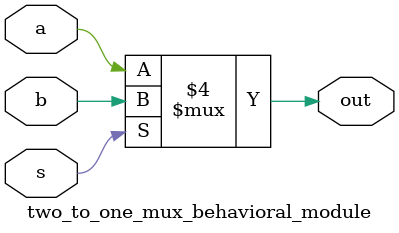
<source format=v>

module two_to_one_mux_behavioral_module (a, b, s, out);
	input a, b;
	input s;	
	output out;
	reg out;
	
	always@(a or b or s)
	begin
		if (s == 1'b0)
			out <= a;
		else
			out <= b;
	end

endmodule
</source>
